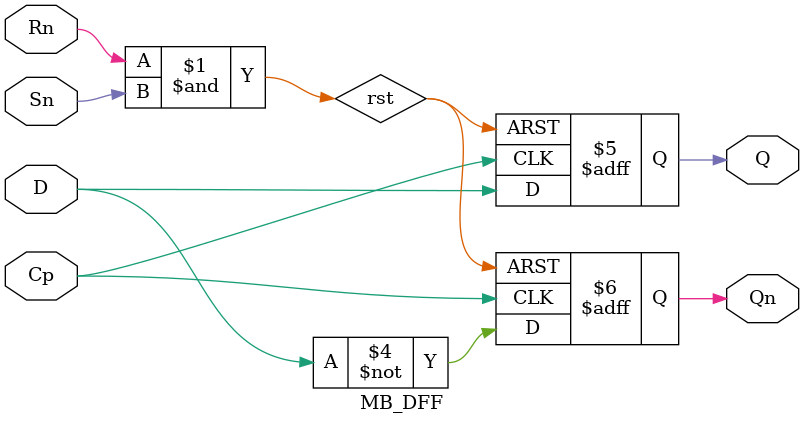
<source format=v>
`timescale 1ns / 1ps
module MB_DFF(input Cp,
				  input Rn,Sn,
				  input D,
				  output reg Q,Qn
				 );

		assign rst = Rn & Sn;
		always@(posedge Cp or negedge rst)
			if(!rst){Q,Qn} <= 2'b10;
			else {Q,Qn} <= {D,~D};

endmodule

</source>
